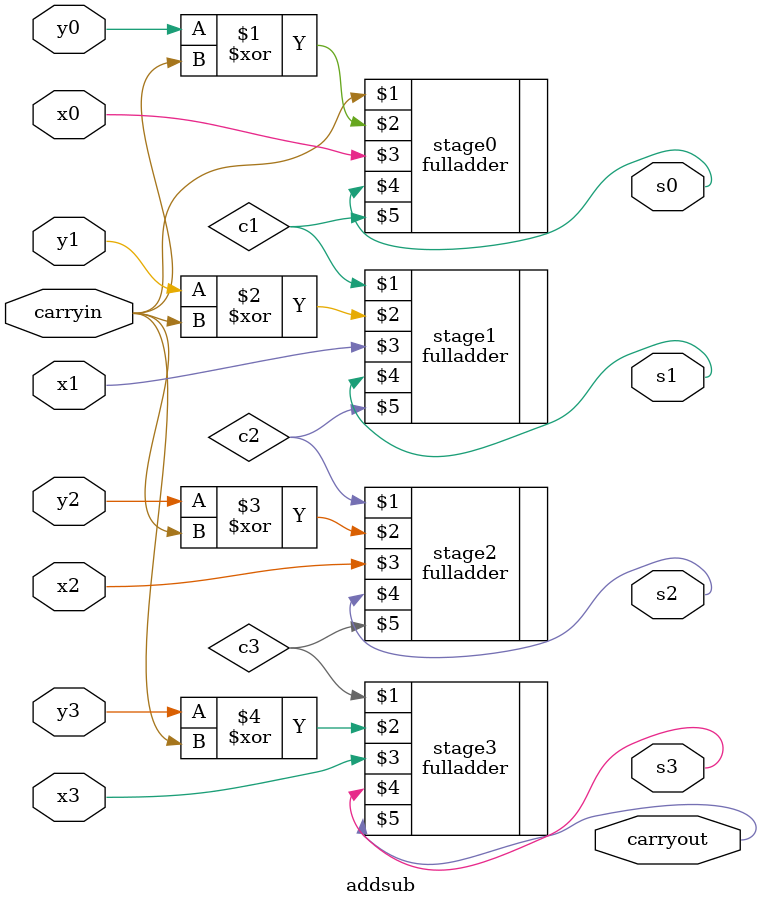
<source format=v>
module addsub(carryin,x3,x2,x1,x0,y3,y2,y1,y0,s3,s2,s1,s0,carryout);
input carryin,x3,x2,x1,x0,y3,y2,y1,y0;
output s3,s2,s1,s0,carryout;
fulladder stage0(carryin,y0^carryin,x0,s0,c1);
fulladder stage1(c1,y1^carryin,x1,s1,c2);
fulladder stage2(c2,y2^carryin,x2,s2,c3);
fulladder stage3(c3,y3^carryin,x3,s3,carryout);
endmodule

</source>
